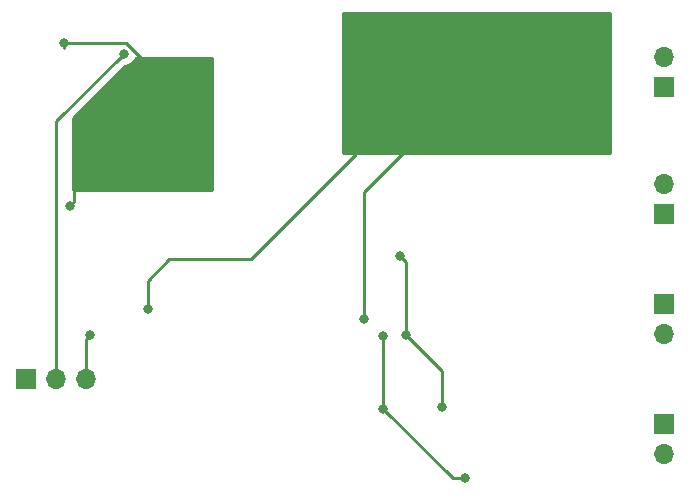
<source format=gbr>
G04 #@! TF.GenerationSoftware,KiCad,Pcbnew,(5.1.5)-3*
G04 #@! TF.CreationDate,2020-04-24T11:10:39-05:00*
G04 #@! TF.ProjectId,ESP32 Wroom energy meter,45535033-3220-4577-926f-6f6d20656e65,rev?*
G04 #@! TF.SameCoordinates,Original*
G04 #@! TF.FileFunction,Copper,L2,Bot*
G04 #@! TF.FilePolarity,Positive*
%FSLAX46Y46*%
G04 Gerber Fmt 4.6, Leading zero omitted, Abs format (unit mm)*
G04 Created by KiCad (PCBNEW (5.1.5)-3) date 2020-04-24 11:10:39*
%MOMM*%
%LPD*%
G04 APERTURE LIST*
%ADD10O,1.700000X1.700000*%
%ADD11R,1.700000X1.700000*%
%ADD12C,0.800000*%
%ADD13C,0.250000*%
%ADD14C,0.254000*%
G04 APERTURE END LIST*
D10*
X185420000Y-80010000D03*
D11*
X185420000Y-82550000D03*
D10*
X185420000Y-102870000D03*
D11*
X185420000Y-100330000D03*
D10*
X185420000Y-92710000D03*
D11*
X185420000Y-90170000D03*
D10*
X185420000Y-69215000D03*
D11*
X185420000Y-71755000D03*
D10*
X136525000Y-96520000D03*
X133985000Y-96520000D03*
D11*
X131445000Y-96520000D03*
D12*
X146639800Y-78433700D03*
X134620000Y-68030900D03*
X166659800Y-98845900D03*
X163078100Y-86067400D03*
X163585000Y-92745000D03*
X135088500Y-81807400D03*
X136810300Y-92794800D03*
X140335000Y-74295000D03*
X142240000Y-74295000D03*
X143510000Y-74295000D03*
X143510000Y-76200000D03*
X142240000Y-76200000D03*
X140335000Y-76200000D03*
X140335000Y-77470000D03*
X142240000Y-77470000D03*
X143510000Y-77470000D03*
X146685000Y-70485000D03*
X144145000Y-70485000D03*
X136525000Y-80010000D03*
X141605000Y-80010000D03*
X160020000Y-91440000D03*
X141715000Y-90562000D03*
X161613500Y-92853700D03*
X168589700Y-104907600D03*
X161671700Y-99038300D03*
X169545000Y-66675000D03*
X179705000Y-66675000D03*
X179705000Y-75565000D03*
X169545000Y-75565000D03*
X159385000Y-75565000D03*
X159385000Y-66675000D03*
X165100000Y-75565000D03*
X174625000Y-75565000D03*
X174625000Y-66675000D03*
X165100000Y-66675000D03*
X172720000Y-69850000D03*
X171450000Y-69850000D03*
X171450000Y-71120000D03*
X172720000Y-71120000D03*
X165100000Y-69850000D03*
X166370000Y-69850000D03*
X166370000Y-71120000D03*
X165100000Y-71120000D03*
X139725500Y-68931700D03*
D13*
X134620000Y-68483700D02*
X134620000Y-68030900D01*
X163585000Y-92745000D02*
X166659800Y-95819800D01*
X166659800Y-95819800D02*
X166659800Y-98845900D01*
X163078100Y-86067400D02*
X163585000Y-86574300D01*
X163585000Y-86574300D02*
X163585000Y-92745000D01*
X135470800Y-80535000D02*
X135470800Y-81425100D01*
X135470800Y-81425100D02*
X135088500Y-81807400D01*
X136525000Y-96520000D02*
X136525000Y-93080100D01*
X136525000Y-93080100D02*
X136810300Y-92794800D01*
X142240000Y-73729315D02*
X142240000Y-74295000D01*
X139897702Y-68030900D02*
X142240000Y-70373198D01*
X142240000Y-70373198D02*
X142240000Y-73729315D01*
X134620000Y-68030900D02*
X139897702Y-68030900D01*
X161671700Y-99038300D02*
X161613500Y-98980100D01*
X161613500Y-98980100D02*
X161613500Y-92853700D01*
X168589700Y-104907600D02*
X167541000Y-104907600D01*
X167541000Y-104907600D02*
X161671700Y-99038300D01*
X164534315Y-75565000D02*
X165100000Y-75565000D01*
X160655000Y-76835000D02*
X161925000Y-75565000D01*
X161925000Y-75565000D02*
X164534315Y-75565000D01*
X141715000Y-90562000D02*
X141715000Y-88155000D01*
X141715000Y-88155000D02*
X143510000Y-86360000D01*
X143510000Y-86360000D02*
X150495000Y-86360000D01*
X159385000Y-77470000D02*
X159385000Y-75565000D01*
X150495000Y-86360000D02*
X159385000Y-77470000D01*
X160020000Y-91440000D02*
X160020000Y-80645000D01*
X160020000Y-80645000D02*
X165100000Y-75565000D01*
X133985000Y-96520000D02*
X133985000Y-74672200D01*
X133985000Y-74672200D02*
X139725500Y-68931700D01*
D14*
G36*
X147193000Y-80518000D02*
G01*
X135382000Y-80518000D01*
X135382000Y-74350001D01*
X139765302Y-69966700D01*
X139827439Y-69966700D01*
X140027398Y-69926926D01*
X140215756Y-69848905D01*
X140385274Y-69735637D01*
X140529437Y-69591474D01*
X140642705Y-69421956D01*
X140675824Y-69342000D01*
X147193000Y-69342000D01*
X147193000Y-80518000D01*
G37*
X147193000Y-80518000D02*
X135382000Y-80518000D01*
X135382000Y-74350001D01*
X139765302Y-69966700D01*
X139827439Y-69966700D01*
X140027398Y-69926926D01*
X140215756Y-69848905D01*
X140385274Y-69735637D01*
X140529437Y-69591474D01*
X140642705Y-69421956D01*
X140675824Y-69342000D01*
X147193000Y-69342000D01*
X147193000Y-80518000D01*
G36*
X180848000Y-77343000D02*
G01*
X158242000Y-77343000D01*
X158242000Y-65532000D01*
X180848000Y-65532000D01*
X180848000Y-77343000D01*
G37*
X180848000Y-77343000D02*
X158242000Y-77343000D01*
X158242000Y-65532000D01*
X180848000Y-65532000D01*
X180848000Y-77343000D01*
M02*

</source>
